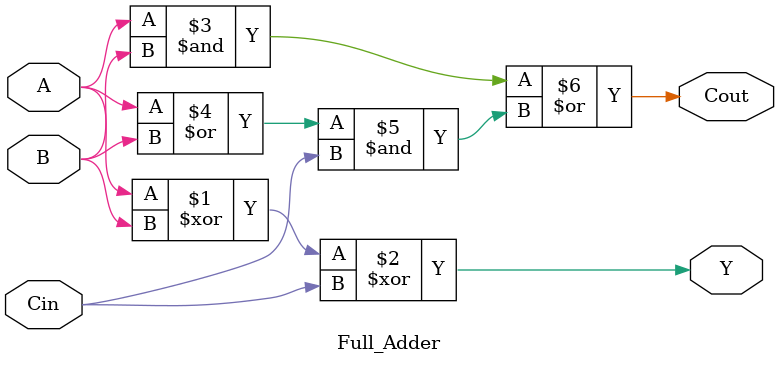
<source format=v>
`timescale 1ns / 1ps


module Full_Adder(
    input A, B,
    input Cin,
    output Y,
    output Cout
    );
    
    assign Y = (A ^ B) ^ Cin;
    assign Cout = (A & B) | ((A | B) & Cin);
        
endmodule









</source>
